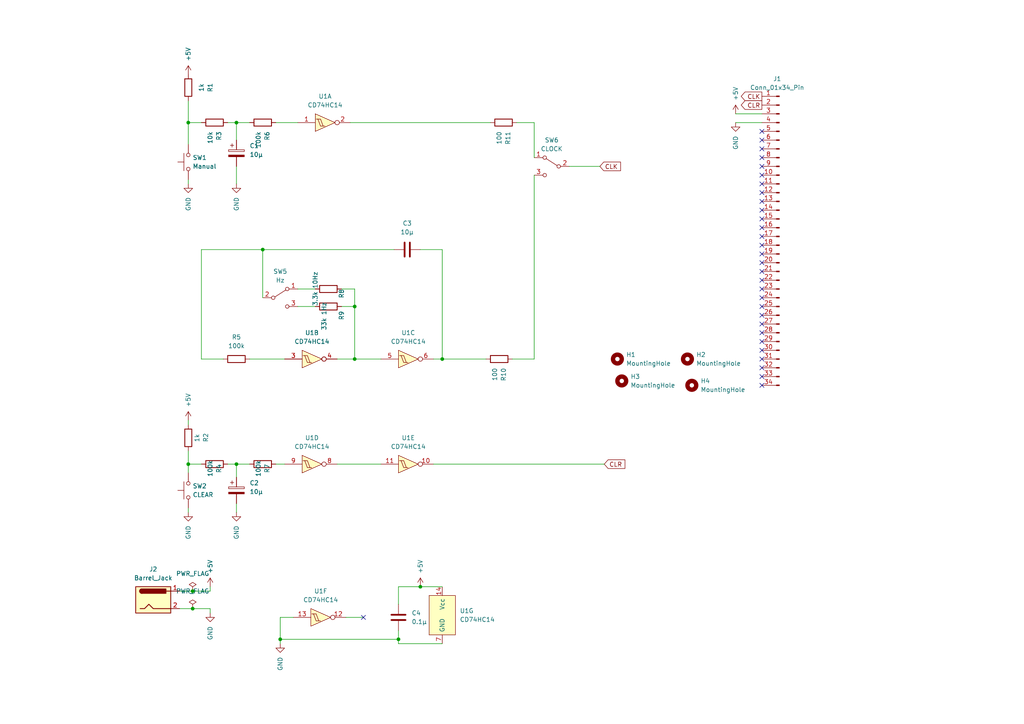
<source format=kicad_sch>
(kicad_sch (version 20230121) (generator eeschema)
  (paper "A4")
  (lib_symbols
    (symbol "CD74HCxx:CD74HC14" (pin_names (offset 0.762))
      (property "Reference" "U" (at -3.81 16.51 0))
      (property "Value" "CD74HC14" (at 0 14.605 0))
      (symbol "CD74HC14_0_2"
        (polyline (pts (xy -0.254 -1.016) (xy -1.016 -1.016) (xy -1.778 1.016)))
        (polyline (pts (xy -2.286 1.016) (xy -1.016 1.016) (xy -0.254 -1.016) (xy 0.254 -1.016)))
      )
      (symbol "CD74HC14_1_1"
        (polyline (pts (xy -1.778 1.016) (xy -1.016 -1.016) (xy -0.254 -1.016)))
        (polyline (pts (xy -2.54 2.54) (xy -2.54 -2.54) (xy 3.175 0) (xy -2.54 2.54)) (fill (type background)))
        (polyline (pts (xy -2.286 1.016) (xy -1.016 1.016) (xy -0.254 -1.016) (xy 0.254 -1.016)))
        (pin input line (at -7.62 0 0) (length 5.08) (name "~") (number "1"))
        (pin output inverted (at 7.62 0 180) (length 4.445) (name "~") (number "2"))
      )
      (symbol "CD74HC14_1_2"
        (pin input inverted (at -7.62 0 0) (length 5.08) (name "~") (number "1"))
        (pin output line (at 7.62 0 180) (length 4.445) (name "~") (number "2"))
      )
      (symbol "CD74HC14_2_1"
        (polyline (pts (xy -1.778 1.016) (xy -1.016 -1.016) (xy -0.254 -1.016)))
        (polyline (pts (xy -2.54 2.54) (xy -2.54 -2.54) (xy 3.175 0) (xy -2.54 2.54)) (fill (type background)))
        (polyline (pts (xy -2.286 1.016) (xy -1.016 1.016) (xy -0.254 -1.016) (xy 0.254 -1.016)))
        (pin input line (at -7.62 0 0) (length 5.08) (name "~") (number "3"))
        (pin output inverted (at 7.62 0 180) (length 4.445) (name "~") (number "4"))
      )
      (symbol "CD74HC14_2_2"
        (pin input inverted (at -7.62 0 0) (length 5.08) (name "~") (number "3"))
        (pin output line (at 7.62 0 180) (length 4.445) (name "~") (number "4"))
      )
      (symbol "CD74HC14_3_1"
        (polyline (pts (xy -1.778 1.016) (xy -1.016 -1.016) (xy -0.254 -1.016)))
        (polyline (pts (xy -2.54 2.54) (xy -2.54 -2.54) (xy 3.175 0) (xy -2.54 2.54)) (fill (type background)))
        (polyline (pts (xy -2.286 1.016) (xy -1.016 1.016) (xy -0.254 -1.016) (xy 0.254 -1.016)))
        (pin input line (at -7.62 0 0) (length 5.08) (name "~") (number "5"))
        (pin output inverted (at 7.62 0 180) (length 4.445) (name "~") (number "6"))
      )
      (symbol "CD74HC14_3_2"
        (pin input inverted (at -7.62 0 0) (length 5.08) (name "~") (number "5"))
        (pin output line (at 7.62 0 180) (length 4.445) (name "~") (number "6"))
      )
      (symbol "CD74HC14_4_1"
        (polyline (pts (xy -1.778 1.016) (xy -1.016 -1.016) (xy -0.254 -1.016)))
        (polyline (pts (xy -2.54 2.54) (xy -2.54 -2.54) (xy 3.175 0) (xy -2.54 2.54)) (fill (type background)))
        (polyline (pts (xy -2.286 1.016) (xy -1.016 1.016) (xy -0.254 -1.016) (xy 0.254 -1.016)))
        (pin output inverted (at 7.62 0 180) (length 4.445) (name "~") (number "8"))
        (pin input line (at -7.62 0 0) (length 5.08) (name "~") (number "9"))
      )
      (symbol "CD74HC14_4_2"
        (pin output line (at 7.62 0 180) (length 4.445) (name "~") (number "8"))
        (pin input inverted (at -7.62 0 0) (length 5.08) (name "~") (number "9"))
      )
      (symbol "CD74HC14_5_1"
        (polyline (pts (xy -1.778 1.016) (xy -1.016 -1.016) (xy -0.254 -1.016)))
        (polyline (pts (xy -2.54 2.54) (xy -2.54 -2.54) (xy 3.175 0) (xy -2.54 2.54)) (fill (type background)))
        (polyline (pts (xy -2.286 1.016) (xy -1.016 1.016) (xy -0.254 -1.016) (xy 0.254 -1.016)))
        (pin output inverted (at 7.62 0 180) (length 4.445) (name "~") (number "10"))
        (pin input line (at -7.62 0 0) (length 5.08) (name "~") (number "11"))
      )
      (symbol "CD74HC14_5_2"
        (pin output line (at 7.62 0 180) (length 4.445) (name "~") (number "10"))
        (pin input inverted (at -7.62 0 0) (length 5.08) (name "~") (number "11"))
      )
      (symbol "CD74HC14_6_1"
        (polyline (pts (xy -1.778 1.016) (xy -1.016 -1.016) (xy -0.254 -1.016)))
        (polyline (pts (xy -2.54 2.54) (xy -2.54 -2.54) (xy 3.175 0) (xy -2.54 2.54)) (fill (type background)))
        (polyline (pts (xy -2.286 1.016) (xy -1.016 1.016) (xy -0.254 -1.016) (xy 0.254 -1.016)))
        (pin output inverted (at 7.62 0 180) (length 4.445) (name "~") (number "12"))
        (pin input line (at -7.62 0 0) (length 5.08) (name "~") (number "13"))
      )
      (symbol "CD74HC14_6_2"
        (pin output line (at 7.62 0 180) (length 4.445) (name "~") (number "12"))
        (pin input inverted (at -7.62 0 0) (length 5.08) (name "~") (number "13"))
      )
      (symbol "CD74HC14_7_1"
        (rectangle (start -3.81 5.08) (end 3.81 -6.35) (fill (type background)))
        (pin power_in line (at 0 7.62 270) (length 2.54) (name "Vcc") (number "14"))
        (pin power_in line (at 0 -8.89 90) (length 2.54) (name "GND") (number "7"))
      )
      (symbol "CD74HC14_7_2"
        (pin input inverted (at -7.62 0 0) (length 5.08) (name "~") (number "1"))
        (pin output line (at 7.62 0 180) (length 4.445) (name "~") (number "2"))
      )
    )
    (symbol "Connector:Barrel_Jack" (pin_names (offset 1.016))
      (property "Reference" "J" (at 0 5.334 0))
      (property "Value" "Barrel_Jack" (at 0 -5.08 0))
      (symbol "Barrel_Jack_0_1"
        (rectangle (start -5.08 3.81) (end 5.08 -3.81) (stroke (width 0.254)) (fill (type background)))
        (arc (start -3.302 3.175) (mid -3.9343 2.54) (end -3.302 1.905) (stroke (width 0.254)))
        (arc (start -3.302 3.175) (mid -3.9343 2.54) (end -3.302 1.905) (stroke (width 0.254)) (fill (type outline)))
        (polyline (pts (xy 5.08 2.54) (xy 3.81 2.54)) (stroke (width 0.254)))
        (polyline (pts (xy -3.81 -2.54) (xy -2.54 -2.54) (xy -1.27 -1.27) (xy 0 -2.54) (xy 2.54 -2.54) (xy 5.08 -2.54)) (stroke (width 0.254)))
        (rectangle (start 3.683 3.175) (end -3.302 1.905) (stroke (width 0.254)) (fill (type outline)))
      )
      (symbol "Barrel_Jack_1_1"
        (pin passive line (at 7.62 2.54 180) (length 2.54) (name "~") (number "1"))
        (pin passive line (at 7.62 -2.54 180) (length 2.54) (name "~") (number "2"))
      )
    )
    (symbol "Connector:Conn_01x34_Pin" (pin_names (offset 1.016) hide)
      (property "Reference" "J" (at 0 43.18 0))
      (property "Value" "Conn_01x34_Pin" (at 0 -45.72 0))
      (symbol "Conn_01x34_Pin_1_1"
        (polyline (pts (xy 1.27 -43.18) (xy 0.8636 -43.18)) (stroke (width 0.1524)))
        (polyline (pts (xy 1.27 -40.64) (xy 0.8636 -40.64)) (stroke (width 0.1524)))
        (polyline (pts (xy 1.27 -38.1) (xy 0.8636 -38.1)) (stroke (width 0.1524)))
        (polyline (pts (xy 1.27 -35.56) (xy 0.8636 -35.56)) (stroke (width 0.1524)))
        (polyline (pts (xy 1.27 -33.02) (xy 0.8636 -33.02)) (stroke (width 0.1524)))
        (polyline (pts (xy 1.27 -30.48) (xy 0.8636 -30.48)) (stroke (width 0.1524)))
        (polyline (pts (xy 1.27 -27.94) (xy 0.8636 -27.94)) (stroke (width 0.1524)))
        (polyline (pts (xy 1.27 -25.4) (xy 0.8636 -25.4)) (stroke (width 0.1524)))
        (polyline (pts (xy 1.27 -22.86) (xy 0.8636 -22.86)) (stroke (width 0.1524)))
        (polyline (pts (xy 1.27 -20.32) (xy 0.8636 -20.32)) (stroke (width 0.1524)))
        (polyline (pts (xy 1.27 -17.78) (xy 0.8636 -17.78)) (stroke (width 0.1524)))
        (polyline (pts (xy 1.27 -15.24) (xy 0.8636 -15.24)) (stroke (width 0.1524)))
        (polyline (pts (xy 1.27 -12.7) (xy 0.8636 -12.7)) (stroke (width 0.1524)))
        (polyline (pts (xy 1.27 -10.16) (xy 0.8636 -10.16)) (stroke (width 0.1524)))
        (polyline (pts (xy 1.27 -7.62) (xy 0.8636 -7.62)) (stroke (width 0.1524)))
        (polyline (pts (xy 1.27 -5.08) (xy 0.8636 -5.08)) (stroke (width 0.1524)))
        (polyline (pts (xy 1.27 -2.54) (xy 0.8636 -2.54)) (stroke (width 0.1524)))
        (polyline (pts (xy 1.27 0) (xy 0.8636 0)) (stroke (width 0.1524)))
        (polyline (pts (xy 1.27 2.54) (xy 0.8636 2.54)) (stroke (width 0.1524)))
        (polyline (pts (xy 1.27 5.08) (xy 0.8636 5.08)) (stroke (width 0.1524)))
        (polyline (pts (xy 1.27 7.62) (xy 0.8636 7.62)) (stroke (width 0.1524)))
        (polyline (pts (xy 1.27 10.16) (xy 0.8636 10.16)) (stroke (width 0.1524)))
        (polyline (pts (xy 1.27 12.7) (xy 0.8636 12.7)) (stroke (width 0.1524)))
        (polyline (pts (xy 1.27 15.24) (xy 0.8636 15.24)) (stroke (width 0.1524)))
        (polyline (pts (xy 1.27 17.78) (xy 0.8636 17.78)) (stroke (width 0.1524)))
        (polyline (pts (xy 1.27 20.32) (xy 0.8636 20.32)) (stroke (width 0.1524)))
        (polyline (pts (xy 1.27 22.86) (xy 0.8636 22.86)) (stroke (width 0.1524)))
        (polyline (pts (xy 1.27 25.4) (xy 0.8636 25.4)) (stroke (width 0.1524)))
        (polyline (pts (xy 1.27 27.94) (xy 0.8636 27.94)) (stroke (width 0.1524)))
        (polyline (pts (xy 1.27 30.48) (xy 0.8636 30.48)) (stroke (width 0.1524)))
        (polyline (pts (xy 1.27 33.02) (xy 0.8636 33.02)) (stroke (width 0.1524)))
        (polyline (pts (xy 1.27 35.56) (xy 0.8636 35.56)) (stroke (width 0.1524)))
        (polyline (pts (xy 1.27 38.1) (xy 0.8636 38.1)) (stroke (width 0.1524)))
        (polyline (pts (xy 1.27 40.64) (xy 0.8636 40.64)) (stroke (width 0.1524)))
        (rectangle (start 0.8636 -43.053) (end 0 -43.307) (stroke (width 0.1524)) (fill (type outline)))
        (rectangle (start 0.8636 -40.513) (end 0 -40.767) (stroke (width 0.1524)) (fill (type outline)))
        (rectangle (start 0.8636 -37.973) (end 0 -38.227) (stroke (width 0.1524)) (fill (type outline)))
        (rectangle (start 0.8636 -35.433) (end 0 -35.687) (stroke (width 0.1524)) (fill (type outline)))
        (rectangle (start 0.8636 -32.893) (end 0 -33.147) (stroke (width 0.1524)) (fill (type outline)))
        (rectangle (start 0.8636 -30.353) (end 0 -30.607) (stroke (width 0.1524)) (fill (type outline)))
        (rectangle (start 0.8636 -27.813) (end 0 -28.067) (stroke (width 0.1524)) (fill (type outline)))
        (rectangle (start 0.8636 -25.273) (end 0 -25.527) (stroke (width 0.1524)) (fill (type outline)))
        (rectangle (start 0.8636 -22.733) (end 0 -22.987) (stroke (width 0.1524)) (fill (type outline)))
        (rectangle (start 0.8636 -20.193) (end 0 -20.447) (stroke (width 0.1524)) (fill (type outline)))
        (rectangle (start 0.8636 -17.653) (end 0 -17.907) (stroke (width 0.1524)) (fill (type outline)))
        (rectangle (start 0.8636 -15.113) (end 0 -15.367) (stroke (width 0.1524)) (fill (type outline)))
        (rectangle (start 0.8636 -12.573) (end 0 -12.827) (stroke (width 0.1524)) (fill (type outline)))
        (rectangle (start 0.8636 -10.033) (end 0 -10.287) (stroke (width 0.1524)) (fill (type outline)))
        (rectangle (start 0.8636 -7.493) (end 0 -7.747) (stroke (width 0.1524)) (fill (type outline)))
        (rectangle (start 0.8636 -4.953) (end 0 -5.207) (stroke (width 0.1524)) (fill (type outline)))
        (rectangle (start 0.8636 -2.413) (end 0 -2.667) (stroke (width 0.1524)) (fill (type outline)))
        (rectangle (start 0.8636 0.127) (end 0 -0.127) (stroke (width 0.1524)) (fill (type outline)))
        (rectangle (start 0.8636 2.667) (end 0 2.413) (stroke (width 0.1524)) (fill (type outline)))
        (rectangle (start 0.8636 5.207) (end 0 4.953) (stroke (width 0.1524)) (fill (type outline)))
        (rectangle (start 0.8636 7.747) (end 0 7.493) (stroke (width 0.1524)) (fill (type outline)))
        (rectangle (start 0.8636 10.287) (end 0 10.033) (stroke (width 0.1524)) (fill (type outline)))
        (rectangle (start 0.8636 12.827) (end 0 12.573) (stroke (width 0.1524)) (fill (type outline)))
        (rectangle (start 0.8636 15.367) (end 0 15.113) (stroke (width 0.1524)) (fill (type outline)))
        (rectangle (start 0.8636 17.907) (end 0 17.653) (stroke (width 0.1524)) (fill (type outline)))
        (rectangle (start 0.8636 20.447) (end 0 20.193) (stroke (width 0.1524)) (fill (type outline)))
        (rectangle (start 0.8636 22.987) (end 0 22.733) (stroke (width 0.1524)) (fill (type outline)))
        (rectangle (start 0.8636 25.527) (end 0 25.273) (stroke (width 0.1524)) (fill (type outline)))
        (rectangle (start 0.8636 28.067) (end 0 27.813) (stroke (width 0.1524)) (fill (type outline)))
        (rectangle (start 0.8636 30.607) (end 0 30.353) (stroke (width 0.1524)) (fill (type outline)))
        (rectangle (start 0.8636 33.147) (end 0 32.893) (stroke (width 0.1524)) (fill (type outline)))
        (rectangle (start 0.8636 35.687) (end 0 35.433) (stroke (width 0.1524)) (fill (type outline)))
        (rectangle (start 0.8636 38.227) (end 0 37.973) (stroke (width 0.1524)) (fill (type outline)))
        (rectangle (start 0.8636 40.767) (end 0 40.513) (stroke (width 0.1524)) (fill (type outline)))
        (pin passive line (at 5.08 40.64 180) (length 3.81) (name "Pin_1") (number "1"))
        (pin passive line (at 5.08 17.78 180) (length 3.81) (name "Pin_10") (number "10"))
        (pin passive line (at 5.08 15.24 180) (length 3.81) (name "Pin_11") (number "11"))
        (pin passive line (at 5.08 12.7 180) (length 3.81) (name "Pin_12") (number "12"))
        (pin passive line (at 5.08 10.16 180) (length 3.81) (name "Pin_13") (number "13"))
        (pin passive line (at 5.08 7.62 180) (length 3.81) (name "Pin_14") (number "14"))
        (pin passive line (at 5.08 5.08 180) (length 3.81) (name "Pin_15") (number "15"))
        (pin passive line (at 5.08 2.54 180) (length 3.81) (name "Pin_16") (number "16"))
        (pin passive line (at 5.08 0 180) (length 3.81) (name "Pin_17") (number "17"))
        (pin passive line (at 5.08 -2.54 180) (length 3.81) (name "Pin_18") (number "18"))
        (pin passive line (at 5.08 -5.08 180) (length 3.81) (name "Pin_19") (number "19"))
        (pin passive line (at 5.08 38.1 180) (length 3.81) (name "Pin_2") (number "2"))
        (pin passive line (at 5.08 -7.62 180) (length 3.81) (name "Pin_20") (number "20"))
        (pin passive line (at 5.08 -10.16 180) (length 3.81) (name "Pin_21") (number "21"))
        (pin passive line (at 5.08 -12.7 180) (length 3.81) (name "Pin_22") (number "22"))
        (pin passive line (at 5.08 -15.24 180) (length 3.81) (name "Pin_23") (number "23"))
        (pin passive line (at 5.08 -17.78 180) (length 3.81) (name "Pin_24") (number "24"))
        (pin passive line (at 5.08 -20.32 180) (length 3.81) (name "Pin_25") (number "25"))
        (pin passive line (at 5.08 -22.86 180) (length 3.81) (name "Pin_26") (number "26"))
        (pin passive line (at 5.08 -25.4 180) (length 3.81) (name "Pin_27") (number "27"))
        (pin passive line (at 5.08 -27.94 180) (length 3.81) (name "Pin_28") (number "28"))
        (pin passive line (at 5.08 -30.48 180) (length 3.81) (name "Pin_29") (number "29"))
        (pin passive line (at 5.08 35.56 180) (length 3.81) (name "Pin_3") (number "3"))
        (pin passive line (at 5.08 -33.02 180) (length 3.81) (name "Pin_30") (number "30"))
        (pin passive line (at 5.08 -35.56 180) (length 3.81) (name "Pin_31") (number "31"))
        (pin passive line (at 5.08 -38.1 180) (length 3.81) (name "Pin_32") (number "32"))
        (pin passive line (at 5.08 -40.64 180) (length 3.81) (name "Pin_33") (number "33"))
        (pin passive line (at 5.08 -43.18 180) (length 3.81) (name "Pin_34") (number "34"))
        (pin passive line (at 5.08 33.02 180) (length 3.81) (name "Pin_4") (number "4"))
        (pin passive line (at 5.08 30.48 180) (length 3.81) (name "Pin_5") (number "5"))
        (pin passive line (at 5.08 27.94 180) (length 3.81) (name "Pin_6") (number "6"))
        (pin passive line (at 5.08 25.4 180) (length 3.81) (name "Pin_7") (number "7"))
        (pin passive line (at 5.08 22.86 180) (length 3.81) (name "Pin_8") (number "8"))
        (pin passive line (at 5.08 20.32 180) (length 3.81) (name "Pin_9") (number "9"))
      )
    )
    (symbol "Device:C" (pin_numbers hide) (pin_names (offset 0.254))
      (property "Reference" "C" (at 0.635 2.54 0))
      (property "Value" "C" (at 0.635 -2.54 0))
      (symbol "C_0_1"
        (polyline (pts (xy -2.032 -0.762) (xy 2.032 -0.762)) (stroke (width 0.508)))
        (polyline (pts (xy -2.032 0.762) (xy 2.032 0.762)) (stroke (width 0.508)))
      )
      (symbol "C_1_1"
        (pin passive line (at 0 3.81 270) (length 2.794) (name "~") (number "1"))
        (pin passive line (at 0 -3.81 90) (length 2.794) (name "~") (number "2"))
      )
    )
    (symbol "Device:C_Polarized" (pin_numbers hide) (pin_names (offset 0.254))
      (property "Reference" "C" (at 0.635 2.54 0))
      (property "Value" "C_Polarized" (at 0.635 -2.54 0))
      (symbol "C_Polarized_0_1"
        (rectangle (start -2.286 0.508) (end 2.286 1.016))
        (polyline (pts (xy -1.778 2.286) (xy -0.762 2.286)))
        (polyline (pts (xy -1.27 2.794) (xy -1.27 1.778)))
        (rectangle (start 2.286 -0.508) (end -2.286 -1.016) (fill (type outline)))
      )
      (symbol "C_Polarized_1_1"
        (pin passive line (at 0 3.81 270) (length 2.794) (name "~") (number "1"))
        (pin passive line (at 0 -3.81 90) (length 2.794) (name "~") (number "2"))
      )
    )
    (symbol "Device:R" (pin_numbers hide) (pin_names (offset 0))
      (property "Reference" "R" (at 2.032 0 90))
      (property "Value" "R" (at 0 0 90))
      (symbol "R_0_1"
        (rectangle (start -1.016 -2.54) (end 1.016 2.54) (stroke (width 0.254)))
      )
      (symbol "R_1_1"
        (pin passive line (at 0 3.81 270) (length 1.27) (name "~") (number "1"))
        (pin passive line (at 0 -3.81 90) (length 1.27) (name "~") (number "2"))
      )
    )
    (symbol "Mechanical:MountingHole" (pin_names (offset 1.016))
      (property "Reference" "H" (at 0 5.08 0))
      (property "Value" "MountingHole" (at 0 3.175 0))
      (symbol "MountingHole_0_1"
        (circle (center 0 0) (radius 1.27) (stroke (width 1.27)))
      )
    )
    (symbol "Switch:SW_Push" (pin_numbers hide) (pin_names (offset 1.016) hide)
      (property "Reference" "SW" (at 1.27 2.54 0))
      (property "Value" "SW_Push" (at 0 -1.524 0))
      (symbol "SW_Push_0_1"
        (circle (center -2.032 0) (radius 0.508))
        (polyline (pts (xy 0 1.27) (xy 0 3.048)))
        (polyline (pts (xy 2.54 1.27) (xy -2.54 1.27)))
        (circle (center 2.032 0) (radius 0.508))
        (pin passive line (at -5.08 0 0) (length 2.54) (name "1") (number "1"))
        (pin passive line (at 5.08 0 180) (length 2.54) (name "2") (number "2"))
      )
    )
    (symbol "Switch:SW_SPDT" (pin_names (offset 0) hide)
      (property "Reference" "SW" (at 0 4.318 0))
      (property "Value" "SW_SPDT" (at 0 -5.08 0))
      (symbol "SW_SPDT_0_0"
        (circle (center -2.032 0) (radius 0.508))
        (circle (center 2.032 -2.54) (radius 0.508))
      )
      (symbol "SW_SPDT_0_1"
        (polyline (pts (xy -1.524 0.254) (xy 1.651 2.286)))
        (circle (center 2.032 2.54) (radius 0.508))
      )
      (symbol "SW_SPDT_1_1"
        (pin passive line (at 5.08 2.54 180) (length 2.54) (name "A") (number "1"))
        (pin passive line (at -5.08 0 0) (length 2.54) (name "B") (number "2"))
        (pin passive line (at 5.08 -2.54 180) (length 2.54) (name "C") (number "3"))
      )
    )
    (symbol "power:+5V" (power) (pin_names (offset 0))
      (property "Value" "+5V" (at 0 3.556 0))
      (symbol "+5V_0_1"
        (polyline (pts (xy -0.762 1.27) (xy 0 2.54)))
        (polyline (pts (xy 0 0) (xy 0 2.54)))
        (polyline (pts (xy 0 2.54) (xy 0.762 1.27)))
      )
      (symbol "+5V_1_1"
        (pin power_in line (at 0 0 90) (length 0) hide (name "+5V") (number "1"))
      )
    )
    (symbol "power:GND" (power) (pin_names (offset 0))
      (property "Value" "GND" (at 0 -3.81 0))
      (symbol "GND_0_1"
        (polyline (pts (xy 0 0) (xy 0 -1.27) (xy 1.27 -1.27) (xy 0 -2.54) (xy -1.27 -1.27) (xy 0 -1.27)))
      )
      (symbol "GND_1_1"
        (pin power_in line (at 0 0 270) (length 0) hide (name "GND") (number "1"))
      )
    )
    (symbol "power:PWR_FLAG" (power) (pin_numbers hide) (pin_names (offset 0) hide)
      (property "Value" "PWR_FLAG" (at 0 3.81 0))
      (symbol "PWR_FLAG_0_0"
        (pin power_out line (at 0 0 90) (length 0) (name "pwr") (number "1"))
      )
      (symbol "PWR_FLAG_0_1"
        (polyline (pts (xy 0 0) (xy 0 1.27) (xy -1.016 1.905) (xy 0 2.54) (xy 1.016 1.905) (xy 0 1.27)))
      )
    )
  )
  (junction (at 68.58 134.62))
  (junction (at 55.88 176.53))
  (junction (at 68.58 35.56))
  (junction (at 76.2 72.39))
  (junction (at 121.92 170.18))
  (junction (at 54.61 35.56))
  (junction (at 102.87 104.14))
  (junction (at 102.87 88.9))
  (junction (at 55.88 171.45))
  (junction (at 81.28 185.42))
  (junction (at 54.61 134.62))
  (junction (at 115.57 185.42))
  (junction (at 128.27 104.14))
  (no_connect (at 220.98 50.8))
  (no_connect (at 220.98 96.52))
  (no_connect (at 220.98 106.68))
  (no_connect (at 220.98 101.6))
  (no_connect (at 220.98 104.14))
  (no_connect (at 220.98 93.98))
  (no_connect (at 220.98 48.26))
  (no_connect (at 220.98 78.74))
  (no_connect (at 220.98 88.9))
  (no_connect (at 220.98 76.2))
  (no_connect (at 220.98 99.06))
  (no_connect (at 220.98 40.64))
  (no_connect (at 220.98 58.42))
  (no_connect (at 220.98 91.44))
  (no_connect (at 220.98 45.72))
  (no_connect (at 220.98 55.88))
  (no_connect (at 220.98 66.04))
  (no_connect (at 220.98 86.36))
  (no_connect (at 220.98 81.28))
  (no_connect (at 220.98 38.1))
  (no_connect (at 105.41 179.07))
  (no_connect (at 220.98 73.66))
  (no_connect (at 220.98 83.82))
  (no_connect (at 220.98 111.76))
  (no_connect (at 220.98 53.34))
  (no_connect (at 220.98 109.22))
  (no_connect (at 220.98 68.58))
  (no_connect (at 220.98 43.18))
  (no_connect (at 220.98 63.5))
  (no_connect (at 220.98 71.12))
  (no_connect (at 220.98 60.96))
  (wire (pts (xy 91.44 83.82) (xy 86.36 83.82)))
  (wire (pts (xy 128.27 72.39) (xy 128.27 104.14)))
  (wire (pts (xy 102.87 83.82) (xy 102.87 88.9)))
  (wire (pts (xy 114.3 72.39) (xy 76.2 72.39)))
  (wire (pts (xy 105.41 179.07) (xy 100.33 179.07)))
  (wire (pts (xy 115.57 185.42) (xy 115.57 186.69)))
  (wire (pts (xy 58.42 35.56) (xy 54.61 35.56)))
  (wire (pts (xy 68.58 35.56) (xy 68.58 40.64)))
  (wire (pts (xy 54.61 134.62) (xy 54.61 137.16)))
  (wire (pts (xy 154.94 35.56) (xy 154.94 45.72)))
  (wire (pts (xy 102.87 88.9) (xy 99.06 88.9)))
  (wire (pts (xy 115.57 186.69) (xy 128.27 186.69)))
  (wire (pts (xy 76.2 72.39) (xy 76.2 86.36)))
  (wire (pts (xy 55.88 176.53) (xy 60.96 176.53)))
  (wire (pts (xy 154.94 50.8) (xy 154.94 104.14)))
  (wire (pts (xy 55.88 171.45) (xy 60.96 171.45)))
  (wire (pts (xy 115.57 182.88) (xy 115.57 185.42)))
  (wire (pts (xy 85.09 179.07) (xy 81.28 179.07)))
  (wire (pts (xy 81.28 179.07) (xy 81.28 185.42)))
  (wire (pts (xy 81.28 185.42) (xy 115.57 185.42)))
  (wire (pts (xy 72.39 134.62) (xy 68.58 134.62)))
  (wire (pts (xy 81.28 185.42) (xy 81.28 186.69)))
  (wire (pts (xy 54.61 130.81) (xy 54.61 134.62)))
  (wire (pts (xy 52.07 171.45) (xy 55.88 171.45)))
  (wire (pts (xy 54.61 35.56) (xy 54.61 41.91)))
  (wire (pts (xy 76.2 72.39) (xy 58.42 72.39)))
  (wire (pts (xy 121.92 72.39) (xy 128.27 72.39)))
  (wire (pts (xy 60.96 176.53) (xy 60.96 177.8)))
  (wire (pts (xy 52.07 176.53) (xy 55.88 176.53)))
  (wire (pts (xy 58.42 72.39) (xy 58.42 104.14)))
  (wire (pts (xy 140.97 104.14) (xy 128.27 104.14)))
  (wire (pts (xy 54.61 29.21) (xy 54.61 35.56)))
  (wire (pts (xy 54.61 52.07) (xy 54.61 53.34)))
  (wire (pts (xy 99.06 83.82) (xy 102.87 83.82)))
  (wire (pts (xy 154.94 35.56) (xy 149.86 35.56)))
  (wire (pts (xy 64.77 104.14) (xy 58.42 104.14)))
  (wire (pts (xy 68.58 146.05) (xy 68.58 148.59)))
  (wire (pts (xy 60.96 171.45) (xy 60.96 170.18)))
  (wire (pts (xy 72.39 35.56) (xy 68.58 35.56)))
  (wire (pts (xy 82.55 104.14) (xy 72.39 104.14)))
  (wire (pts (xy 82.55 134.62) (xy 80.01 134.62)))
  (wire (pts (xy 54.61 121.92) (xy 54.61 123.19)))
  (wire (pts (xy 68.58 48.26) (xy 68.58 53.34)))
  (wire (pts (xy 154.94 104.14) (xy 148.59 104.14)))
  (wire (pts (xy 128.27 104.14) (xy 125.73 104.14)))
  (wire (pts (xy 115.57 175.26) (xy 115.57 170.18)))
  (wire (pts (xy 220.98 33.02) (xy 213.36 33.02)))
  (wire (pts (xy 102.87 88.9) (xy 102.87 104.14)))
  (wire (pts (xy 110.49 104.14) (xy 102.87 104.14)))
  (wire (pts (xy 121.92 170.18) (xy 128.27 170.18)))
  (wire (pts (xy 68.58 134.62) (xy 68.58 138.43)))
  (wire (pts (xy 68.58 134.62) (xy 66.04 134.62)))
  (wire (pts (xy 115.57 170.18) (xy 121.92 170.18)))
  (wire (pts (xy 68.58 35.56) (xy 66.04 35.56)))
  (wire (pts (xy 91.44 88.9) (xy 86.36 88.9)))
  (wire (pts (xy 142.24 35.56) (xy 101.6 35.56)))
  (wire (pts (xy 175.26 134.62) (xy 125.73 134.62)))
  (wire (pts (xy 220.98 35.56) (xy 213.36 35.56)))
  (wire (pts (xy 58.42 134.62) (xy 54.61 134.62)))
  (wire (pts (xy 54.61 147.32) (xy 54.61 148.59)))
  (wire (pts (xy 110.49 134.62) (xy 97.79 134.62)))
  (wire (pts (xy 86.36 35.56) (xy 80.01 35.56)))
  (wire (pts (xy 173.99 48.26) (xy 165.1 48.26)))
  (wire (pts (xy 102.87 104.14) (xy 97.79 104.14)))
  (global_label "CLR" (shape input) (at 175.26 134.62 0) (property "Intersheetrefs" "${INTERSHEET_REFS}" (effects hide)))
  (global_label "CLK" (shape input) (at 173.99 48.26 0) (property "Intersheetrefs" "${INTERSHEET_REFS}" (effects hide)))
  (global_label "CLK" (shape output) (at 220.98 27.94 180) (property "Intersheetrefs" "${INTERSHEET_REFS}" (effects hide)))
  (global_label "CLR" (shape output) (at 220.98 30.48 180) (property "Intersheetrefs" "${INTERSHEET_REFS}" (effects hide)))
  (symbol (lib_id "power:GND") (at 68.58 148.59 0) (unit 1)
    (property "Reference" "#PWR06" (effects hide))
    (property "Value" "GND" (at 68.58 152.4 90) (effects (justify right)))
  )
  (symbol (lib_id "power:GND") (at 81.28 186.69 0) (unit 1)
    (property "Reference" "#PWR07" (effects hide))
    (property "Value" "GND" (at 81.28 190.5 90) (effects (justify right)))
  )
  (symbol (lib_id "CD74HCxx:CD74HC14") (at 93.98 35.56 0) (unit 1)
    (property "Reference" "U1" (at 94.2975 27.94 0))
    (property "Value" "CD74HC14" (at 94.2975 30.48 0))
    (property "Footprint" "Package_DIP:DIP-14_W7.62mm_Socket" (effects hide))
  )
  (symbol (lib_id "CD74HCxx:CD74HC14") (at 90.17 134.62 0) (unit 4)
    (property "Reference" "U1" (at 90.4875 127 0))
    (property "Value" "CD74HC14" (at 90.4875 129.54 0))
    (property "Footprint" "Package_DIP:DIP-14_W7.62mm_Socket" (effects hide))
  )
  (symbol (lib_id "Device:R") (at 54.61 127 0) (unit 1)
    (property "Reference" "R2" (at 59.69 128.27 90) (effects (justify left)))
    (property "Value" "1k" (at 57.15 128.27 90) (effects (justify left)))
    (property "Footprint" "Resistor_THT:R_Axial_DIN0207_L6.3mm_D2.5mm_P10.16mm_Horizontal" (effects hide))
  )
  (symbol (lib_id "power:GND") (at 60.96 177.8 0) (unit 1)
    (property "Reference" "#PWR010" (effects hide))
    (property "Value" "GND" (at 60.96 181.61 90) (effects (justify right)))
  )
  (symbol (lib_id "power:+5V") (at 54.61 21.59 0) (unit 1)
    (property "Reference" "#PWR01" (effects hide))
    (property "Value" "+5V" (at 54.61 17.78 90) (effects (justify left)))
  )
  (symbol (lib_id "Device:C_Polarized") (at 68.58 142.24 0) (unit 1)
    (property "Reference" "C2" (at 72.39 140.081 0) (effects (justify left)))
    (property "Value" "10μ" (at 72.39 142.621 0) (effects (justify left)))
    (property "Footprint" "Capacitor_THT:CP_Radial_D5.0mm_P2.00mm" (effects hide))
  )
  (symbol (lib_id "Switch:SW_SPDT") (at 81.28 86.36 0) (unit 1)
    (property "Reference" "SW5" (at 81.28 78.74 0))
    (property "Value" "Hz" (at 81.28 81.28 0))
    (property "Footprint" "Connector_PinHeader_2.54mm:PinHeader_1x03_P2.54mm_Vertical" (effects hide))
  )
  (symbol (lib_id "power:GND") (at 54.61 53.34 0) (unit 1)
    (property "Reference" "#PWR02" (effects hide))
    (property "Value" "GND" (at 54.61 57.15 90) (effects (justify right)))
  )
  (symbol (lib_id "power:GND") (at 213.36 35.56 0) (mirror y) (unit 1)
    (property "Reference" "#PWR012" (effects hide))
    (property "Value" "GND" (at 213.36 39.37 90) (effects (justify right)))
  )
  (symbol (lib_id "Device:C") (at 118.11 72.39 90) (unit 1)
    (property "Reference" "C3" (at 118.11 64.77 90))
    (property "Value" "10μ" (at 118.11 67.31 90))
    (property "Footprint" "Capacitor_THT:CP_Radial_D5.0mm_P2.00mm" (effects hide))
  )
  (symbol (lib_id "Device:R") (at 95.25 88.9 270) (unit 1)
    (property "Reference" "R9" (at 99.06 90.17 0) (effects (justify left)))
    (property "Value" "33k 1Hz" (at 93.98 87.63 0) (effects (justify left)))
    (property "Footprint" "Resistor_THT:R_Axial_DIN0207_L6.3mm_D2.5mm_P10.16mm_Horizontal" (effects hide))
  )
  (symbol (lib_id "power:+5V") (at 60.96 170.18 0) (unit 1)
    (property "Reference" "#PWR09" (effects hide))
    (property "Value" "+5V" (at 60.96 166.37 90) (effects (justify left)))
  )
  (symbol (lib_id "CD74HCxx:CD74HC14") (at 90.17 104.14 0) (unit 2)
    (property "Reference" "U1" (at 90.4875 96.52 0))
    (property "Value" "CD74HC14" (at 90.4875 99.06 0))
    (property "Footprint" "Package_DIP:DIP-14_W7.62mm_Socket" (effects hide))
  )
  (symbol (lib_id "Mechanical:MountingHole") (at 199.39 104.14 0) (unit 1)
    (property "Reference" "H2" (at 201.93 102.87 0) (effects (justify left)))
    (property "Value" "MountingHole" (at 201.93 105.41 0) (effects (justify left)))
    (property "Footprint" "MountingHole:MountingHole_3.2mm_M3" (effects hide))
  )
  (symbol (lib_id "Switch:SW_Push") (at 54.61 46.99 90) (unit 1)
    (property "Reference" "SW1" (at 55.88 45.72 90) (effects (justify right)))
    (property "Value" "Manual" (at 55.88 48.26 90) (effects (justify right)))
    (property "Footprint" "Button_Switch_THT:SW_PUSH_6mm" (effects hide))
  )
  (symbol (lib_id "Device:R") (at 62.23 35.56 270) (unit 1)
    (property "Reference" "R3" (at 63.5 38.1 0) (effects (justify left)))
    (property "Value" "10k" (at 60.96 38.1 0) (effects (justify left)))
    (property "Footprint" "Resistor_THT:R_Axial_DIN0207_L6.3mm_D2.5mm_P10.16mm_Horizontal" (effects hide))
  )
  (symbol (lib_id "Device:R") (at 76.2 134.62 270) (unit 1)
    (property "Reference" "R7" (at 77.47 135.89 0))
    (property "Value" "100k" (at 74.93 135.89 0))
    (property "Footprint" "Resistor_THT:R_Axial_DIN0207_L6.3mm_D2.5mm_P10.16mm_Horizontal" (effects hide))
  )
  (symbol (lib_id "power:PWR_FLAG") (at 55.88 176.53 0) (unit 1)
    (property "Reference" "#FLG02" (effects hide))
    (property "Value" "PWR_FLAG" (at 55.88 171.45 0))
  )
  (symbol (lib_id "Device:R") (at 54.61 25.4 0) (unit 1)
    (property "Reference" "R1" (at 60.96 25.4 90))
    (property "Value" "1k" (at 58.42 25.4 90))
    (property "Footprint" "Resistor_THT:R_Axial_DIN0207_L6.3mm_D2.5mm_P10.16mm_Horizontal" (effects hide))
  )
  (symbol (lib_id "Switch:SW_Push") (at 54.61 142.24 90) (unit 1)
    (property "Reference" "SW2" (at 55.88 140.97 90) (effects (justify right)))
    (property "Value" "CLEAR" (at 55.88 143.51 90) (effects (justify right)))
    (property "Footprint" "Button_Switch_THT:SW_PUSH_6mm" (effects hide))
  )
  (symbol (lib_id "Device:R") (at 62.23 134.62 270) (unit 1)
    (property "Reference" "R4" (at 63.5 135.89 0))
    (property "Value" "100k" (at 60.96 135.89 0))
    (property "Footprint" "Resistor_THT:R_Axial_DIN0207_L6.3mm_D2.5mm_P10.16mm_Horizontal" (effects hide))
  )
  (symbol (lib_id "power:PWR_FLAG") (at 55.88 171.45 0) (unit 1)
    (property "Reference" "#FLG01" (effects hide))
    (property "Value" "PWR_FLAG" (at 55.88 166.37 0))
  )
  (symbol (lib_id "Device:R") (at 68.58 104.14 270) (unit 1)
    (property "Reference" "R5" (at 68.58 97.79 90))
    (property "Value" "100k" (at 68.58 100.33 90))
    (property "Footprint" "Resistor_THT:R_Axial_DIN0207_L6.3mm_D2.5mm_P10.16mm_Horizontal" (effects hide))
  )
  (symbol (lib_id "Connector:Conn_01x34_Pin") (at 226.06 68.58 0) (mirror y) (unit 1)
    (property "Reference" "J1" (at 225.425 22.86 0))
    (property "Value" "Conn_01x34_Pin" (at 225.425 25.4 0))
    (property "Footprint" "Connector_PinHeader_2.54mm:PinHeader_2x17_P2.54mm_Horizontal" (effects hide))
  )
  (symbol (lib_id "Mechanical:MountingHole") (at 200.66 111.76 0) (unit 1)
    (property "Reference" "H4" (at 203.2 110.49 0) (effects (justify left)))
    (property "Value" "MountingHole" (at 203.2 113.03 0) (effects (justify left)))
    (property "Footprint" "MountingHole:MountingHole_3.2mm_M3" (effects hide))
  )
  (symbol (lib_id "Mechanical:MountingHole") (at 179.07 104.14 0) (unit 1)
    (property "Reference" "H1" (at 181.61 102.87 0) (effects (justify left)))
    (property "Value" "MountingHole" (at 181.61 105.41 0) (effects (justify left)))
    (property "Footprint" "MountingHole:MountingHole_3.2mm_M3" (effects hide))
  )
  (symbol (lib_id "power:+5V") (at 213.36 33.02 0) (mirror y) (unit 1)
    (property "Reference" "#PWR011" (effects hide))
    (property "Value" "+5V" (at 213.36 29.21 90) (effects (justify left)))
  )
  (symbol (lib_id "Device:C_Polarized") (at 68.58 44.45 0) (unit 1)
    (property "Reference" "C1" (at 72.39 42.291 0) (effects (justify left)))
    (property "Value" "10μ" (at 72.39 44.831 0) (effects (justify left)))
    (property "Footprint" "Capacitor_THT:CP_Radial_D5.0mm_P2.00mm" (effects hide))
  )
  (symbol (lib_id "Device:R") (at 144.78 104.14 270) (unit 1)
    (property "Reference" "R10" (at 146.05 106.68 0) (effects (justify left)))
    (property "Value" "100" (at 143.51 106.68 0) (effects (justify left)))
    (property "Footprint" "Resistor_THT:R_Axial_DIN0207_L6.3mm_D2.5mm_P10.16mm_Horizontal" (effects hide))
  )
  (symbol (lib_id "CD74HCxx:CD74HC14") (at 118.11 134.62 0) (unit 5)
    (property "Reference" "U1" (at 118.4275 127 0))
    (property "Value" "CD74HC14" (at 118.4275 129.54 0))
    (property "Footprint" "Package_DIP:DIP-14_W7.62mm_Socket" (effects hide))
  )
  (symbol (lib_id "Device:R") (at 76.2 35.56 270) (unit 1)
    (property "Reference" "R6" (at 77.47 38.1 0) (effects (justify left)))
    (property "Value" "100k" (at 74.93 38.1 0) (effects (justify left)))
    (property "Footprint" "Resistor_THT:R_Axial_DIN0207_L6.3mm_D2.5mm_P10.16mm_Horizontal" (effects hide))
  )
  (symbol (lib_id "Device:R") (at 146.05 35.56 270) (unit 1)
    (property "Reference" "R11" (at 147.32 38.1 0) (effects (justify left)))
    (property "Value" "100" (at 144.78 38.1 0) (effects (justify left)))
    (property "Footprint" "Resistor_THT:R_Axial_DIN0207_L6.3mm_D2.5mm_P10.16mm_Horizontal" (effects hide))
  )
  (symbol (lib_id "CD74HCxx:CD74HC14") (at 118.11 104.14 0) (unit 3)
    (property "Reference" "U1" (at 118.4275 96.52 0))
    (property "Value" "CD74HC14" (at 118.4275 99.06 0))
    (property "Footprint" "Package_DIP:DIP-14_W7.62mm_Socket" (effects hide))
  )
  (symbol (lib_id "Device:R") (at 95.25 83.82 270) (unit 1)
    (property "Reference" "R8" (at 99.06 83.82 0) (effects (justify left)))
    (property "Value" "3.3k 10Hz" (at 91.44 78.74 0) (effects (justify left)))
    (property "Footprint" "Resistor_THT:R_Axial_DIN0207_L6.3mm_D2.5mm_P10.16mm_Horizontal" (effects hide))
  )
  (symbol (lib_id "power:GND") (at 68.58 53.34 0) (unit 1)
    (property "Reference" "#PWR05" (effects hide))
    (property "Value" "GND" (at 68.58 57.15 90) (effects (justify right)))
  )
  (symbol (lib_id "Connector:Barrel_Jack") (at 44.45 173.99 0) (unit 1)
    (property "Reference" "J2" (at 44.45 165.1 0))
    (property "Value" "Barrel_Jack" (at 44.45 167.64 0))
    (property "Footprint" "Connector_BarrelJack:BarrelJack_Horizontal" (effects hide))
  )
  (symbol (lib_id "power:GND") (at 54.61 148.59 0) (unit 1)
    (property "Reference" "#PWR04" (effects hide))
    (property "Value" "GND" (at 54.61 152.4 90) (effects (justify right)))
  )
  (symbol (lib_id "Mechanical:MountingHole") (at 180.34 110.49 0) (unit 1)
    (property "Reference" "H3" (at 182.88 109.22 0) (effects (justify left)))
    (property "Value" "MountingHole" (at 182.88 111.76 0) (effects (justify left)))
    (property "Footprint" "MountingHole:MountingHole_3.2mm_M3" (effects hide))
  )
  (symbol (lib_id "Device:C") (at 115.57 179.07 180) (unit 1)
    (property "Reference" "C4" (at 119.38 177.8 0) (effects (justify right)))
    (property "Value" "0.1μ" (at 119.38 180.34 0) (effects (justify right)))
    (property "Footprint" "Capacitor_THT:C_Disc_D5.0mm_W2.5mm_P2.50mm" (effects hide))
  )
  (symbol (lib_id "power:+5V") (at 121.92 170.18 0) (unit 1)
    (property "Reference" "#PWR08" (effects hide))
    (property "Value" "+5V" (at 121.92 166.37 90) (effects (justify left)))
  )
  (symbol (lib_id "Switch:SW_SPDT") (at 160.02 48.26 0) (mirror y) (unit 1)
    (property "Reference" "SW6" (at 160.02 40.64 0))
    (property "Value" "CLOCK" (at 160.02 43.18 0))
    (property "Footprint" "Connector_PinHeader_2.54mm:PinHeader_1x03_P2.54mm_Vertical" (effects hide))
  )
  (symbol (lib_id "CD74HCxx:CD74HC14") (at 92.71 179.07 0) (unit 6)
    (property "Reference" "U1" (at 93.0275 171.45 0))
    (property "Value" "CD74HC14" (at 93.0275 173.99 0))
    (property "Footprint" "Package_DIP:DIP-14_W7.62mm_Socket" (effects hide))
  )
  (symbol (lib_id "CD74HCxx:CD74HC14") (at 128.27 177.8 0) (unit 7)
    (property "Reference" "U1" (at 133.35 177.165 0) (effects (justify left)))
    (property "Value" "CD74HC14" (at 133.35 179.705 0) (effects (justify left)))
    (property "Footprint" "Package_DIP:DIP-14_W7.62mm_Socket" (effects hide))
  )
  (symbol (lib_id "power:+5V") (at 54.61 121.92 0) (unit 1)
    (property "Reference" "#PWR03" (effects hide))
    (property "Value" "+5V" (at 54.61 118.11 90) (effects (justify left)))
  )
)
</source>
